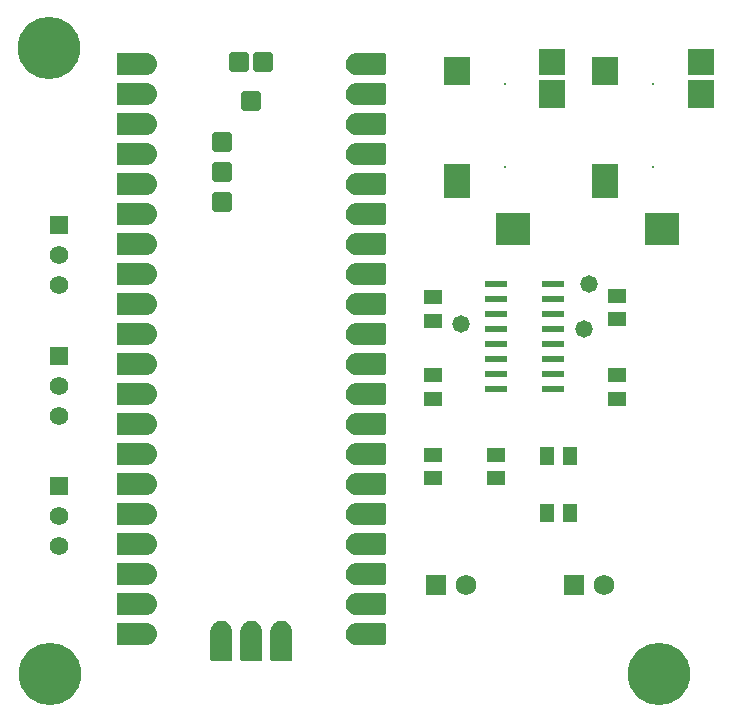
<source format=gts>
G04*
G04 #@! TF.GenerationSoftware,Altium Limited,Altium Designer,25.8.1 (18)*
G04*
G04 Layer_Color=8388736*
%FSLAX44Y44*%
%MOMM*%
G71*
G04*
G04 #@! TF.SameCoordinates,71B8C197-EE49-42B5-B996-358C315723FC*
G04*
G04*
G04 #@! TF.FilePolarity,Negative*
G04*
G01*
G75*
%ADD17R,1.9812X0.5588*%
%ADD28R,2.7032X1.2032*%
%ADD29R,2.3032X2.4032*%
%ADD30R,1.6032X1.3032*%
%ADD31R,1.3032X1.6032*%
G04:AMPARAMS|DCode=32|XSize=2.7032mm|YSize=1.2032mm|CornerRadius=0.2266mm|HoleSize=0mm|Usage=FLASHONLY|Rotation=0.000|XOffset=0mm|YOffset=0mm|HoleType=Round|Shape=RoundedRectangle|*
%AMROUNDEDRECTD32*
21,1,2.7032,0.7500,0,0,0.0*
21,1,2.2500,1.2032,0,0,0.0*
1,1,0.4532,1.1250,-0.3750*
1,1,0.4532,-1.1250,-0.3750*
1,1,0.4532,-1.1250,0.3750*
1,1,0.4532,1.1250,0.3750*
%
%ADD32ROUNDEDRECTD32*%
%ADD33R,2.9032X2.8032*%
%ADD34R,2.3032X2.9032*%
%ADD35R,2.3032X2.2032*%
%ADD36R,1.2032X2.7032*%
G04:AMPARAMS|DCode=37|XSize=1.7032mm|YSize=1.7032mm|CornerRadius=0.3266mm|HoleSize=0mm|Usage=FLASHONLY|Rotation=0.000|XOffset=0mm|YOffset=0mm|HoleType=Round|Shape=RoundedRectangle|*
%AMROUNDEDRECTD37*
21,1,1.7032,1.0500,0,0,0.0*
21,1,1.0500,1.7032,0,0,0.0*
1,1,0.6532,0.5250,-0.5250*
1,1,0.6532,-0.5250,-0.5250*
1,1,0.6532,-0.5250,0.5250*
1,1,0.6532,0.5250,0.5250*
%
%ADD37ROUNDEDRECTD37*%
%ADD38C,5.2832*%
%ADD39C,1.5700*%
%ADD40R,1.5700X1.5700*%
%ADD41R,1.7532X1.7532*%
%ADD42R,0.2032X0.2032*%
%ADD43C,1.7532*%
%ADD44C,1.4732*%
G36*
X655340Y535268D02*
X679340D01*
X679473Y535260D01*
X679604Y535233D01*
X679730Y535191D01*
X679849Y535132D01*
X679960Y535058D01*
X680060Y534970D01*
X680148Y534870D01*
X680222Y534759D01*
X680281Y534640D01*
X680323Y534514D01*
X680350Y534383D01*
X680358Y534250D01*
Y518250D01*
X680350Y518117D01*
X680323Y517986D01*
X680281Y517860D01*
X680222Y517741D01*
X680148Y517630D01*
X680060Y517530D01*
X679960Y517442D01*
X679849Y517368D01*
X679730Y517309D01*
X679604Y517267D01*
X679473Y517240D01*
X679340Y517232D01*
X654287D01*
X654154Y517240D01*
X654023Y517267D01*
X651989Y517812D01*
X651862Y517854D01*
X651743Y517913D01*
X649919Y518967D01*
X649808Y519041D01*
X649708Y519128D01*
X648219Y520618D01*
X648131Y520718D01*
X648057Y520829D01*
X647003Y522653D01*
X646974Y522713D01*
X646945Y522772D01*
X646902Y522899D01*
X646357Y524933D01*
X646331Y525064D01*
X646322Y525197D01*
Y527303D01*
X646331Y527436D01*
X646357Y527567D01*
X646902Y529601D01*
X646945Y529728D01*
X647003Y529847D01*
X648057Y531671D01*
X648131Y531782D01*
X648219Y531882D01*
X649708Y533372D01*
X649808Y533459D01*
X649919Y533533D01*
X651743Y534587D01*
X651862Y534646D01*
X651989Y534688D01*
X654023Y535233D01*
X654154Y535260D01*
X654287Y535268D01*
X654287D01*
D01*
X655340Y535268D01*
D02*
G37*
G36*
X478686Y535260D02*
X478817Y535233D01*
X480851Y534688D01*
X480978Y534646D01*
X481097Y534587D01*
X482921Y533533D01*
X483032Y533459D01*
X483132Y533372D01*
X484622Y531882D01*
X484709Y531782D01*
X484783Y531671D01*
X485837Y529847D01*
X485896Y529728D01*
X485938Y529601D01*
X486483Y527567D01*
X486510Y527436D01*
X486518Y527303D01*
Y525197D01*
X486510Y525064D01*
X486483Y524933D01*
X485938Y522899D01*
X485896Y522772D01*
X485837Y522653D01*
X484783Y520829D01*
X484709Y520718D01*
X484622Y520618D01*
X483132Y519128D01*
X483032Y519041D01*
X482921Y518967D01*
X481097Y517913D01*
X480978Y517854D01*
X480851Y517812D01*
X478817Y517267D01*
X478686Y517240D01*
X478553Y517232D01*
X453500D01*
X453367Y517240D01*
X453237Y517267D01*
X453110Y517309D01*
X452991Y517368D01*
X452880Y517442D01*
X452780Y517530D01*
X452692Y517630D01*
X452618Y517741D01*
X452559Y517860D01*
X452517Y517986D01*
X452491Y518117D01*
X452482Y518250D01*
Y534250D01*
X452491Y534383D01*
X452517Y534514D01*
X452559Y534640D01*
X452618Y534759D01*
X452692Y534870D01*
X452780Y534970D01*
X452880Y535058D01*
X452991Y535132D01*
X453110Y535191D01*
X453237Y535233D01*
X453367Y535260D01*
X453500Y535268D01*
X477500D01*
X478553Y535268D01*
X478553D01*
D01*
X478686Y535260D01*
D02*
G37*
G36*
X655340Y509868D02*
X679340D01*
X679473Y509860D01*
X679604Y509833D01*
X679730Y509791D01*
X679849Y509732D01*
X679960Y509658D01*
X680060Y509570D01*
X680148Y509470D01*
X680222Y509359D01*
X680281Y509240D01*
X680323Y509114D01*
X680350Y508983D01*
X680358Y508850D01*
Y492850D01*
X680350Y492717D01*
X680323Y492587D01*
X680281Y492460D01*
X680222Y492341D01*
X680148Y492230D01*
X680060Y492130D01*
X679960Y492042D01*
X679849Y491968D01*
X679730Y491909D01*
X679604Y491866D01*
X679473Y491841D01*
X679340Y491832D01*
X654287D01*
X654154Y491841D01*
X654023Y491866D01*
X651989Y492412D01*
X651862Y492454D01*
X651743Y492513D01*
X649919Y493567D01*
X649808Y493641D01*
X649708Y493728D01*
X648219Y495218D01*
X648131Y495318D01*
X648057Y495429D01*
X647003Y497253D01*
X646974Y497313D01*
X646945Y497373D01*
X646902Y497499D01*
X646357Y499533D01*
X646331Y499664D01*
X646322Y499797D01*
Y501903D01*
X646331Y502036D01*
X646357Y502167D01*
X646902Y504201D01*
X646945Y504328D01*
X647003Y504447D01*
X648057Y506271D01*
X648131Y506382D01*
X648219Y506482D01*
X649708Y507972D01*
X649808Y508059D01*
X649919Y508133D01*
X651743Y509187D01*
X651862Y509245D01*
X651989Y509288D01*
X654023Y509833D01*
X654154Y509860D01*
X654287Y509868D01*
X654287D01*
D01*
X655340Y509868D01*
D02*
G37*
G36*
X478686Y509860D02*
X478817Y509833D01*
X480851Y509288D01*
X480978Y509245D01*
X481097Y509187D01*
X482921Y508133D01*
X483032Y508059D01*
X483132Y507972D01*
X484622Y506482D01*
X484709Y506382D01*
X484783Y506271D01*
X485837Y504447D01*
X485896Y504328D01*
X485938Y504201D01*
X486483Y502167D01*
X486510Y502036D01*
X486518Y501903D01*
Y499797D01*
X486510Y499664D01*
X486483Y499533D01*
X485938Y497499D01*
X485896Y497373D01*
X485837Y497253D01*
X484783Y495429D01*
X484709Y495318D01*
X484622Y495218D01*
X483132Y493728D01*
X483032Y493641D01*
X482921Y493567D01*
X481097Y492513D01*
X480978Y492454D01*
X480851Y492412D01*
X478817Y491866D01*
X478686Y491841D01*
X478553Y491832D01*
X453500D01*
X453367Y491841D01*
X453237Y491866D01*
X453110Y491909D01*
X452991Y491968D01*
X452880Y492042D01*
X452780Y492130D01*
X452692Y492230D01*
X452618Y492341D01*
X452559Y492460D01*
X452517Y492587D01*
X452491Y492717D01*
X452482Y492850D01*
Y508850D01*
X452491Y508983D01*
X452517Y509114D01*
X452559Y509240D01*
X452618Y509359D01*
X452692Y509470D01*
X452780Y509570D01*
X452880Y509658D01*
X452991Y509732D01*
X453110Y509791D01*
X453237Y509833D01*
X453367Y509860D01*
X453500Y509868D01*
X477500D01*
X478553Y509868D01*
X478553D01*
D01*
X478686Y509860D01*
D02*
G37*
G36*
X655340Y484468D02*
X679340D01*
X679473Y484459D01*
X679604Y484434D01*
X679730Y484391D01*
X679849Y484332D01*
X679960Y484258D01*
X680060Y484170D01*
X680148Y484070D01*
X680222Y483959D01*
X680281Y483840D01*
X680323Y483713D01*
X680350Y483583D01*
X680358Y483450D01*
Y467450D01*
X680350Y467317D01*
X680323Y467187D01*
X680281Y467060D01*
X680222Y466941D01*
X680148Y466830D01*
X680060Y466730D01*
X679960Y466642D01*
X679849Y466568D01*
X679730Y466509D01*
X679604Y466466D01*
X679473Y466441D01*
X679340Y466432D01*
X654287D01*
X654154Y466441D01*
X654023Y466466D01*
X651989Y467012D01*
X651862Y467054D01*
X651743Y467113D01*
X649919Y468167D01*
X649808Y468241D01*
X649708Y468328D01*
X648219Y469818D01*
X648131Y469918D01*
X648057Y470029D01*
X647003Y471853D01*
X646974Y471913D01*
X646945Y471973D01*
X646902Y472099D01*
X646357Y474133D01*
X646331Y474264D01*
X646322Y474397D01*
Y476503D01*
X646331Y476636D01*
X646357Y476767D01*
X646902Y478801D01*
X646945Y478927D01*
X647003Y479047D01*
X648057Y480871D01*
X648131Y480982D01*
X648219Y481082D01*
X649708Y482572D01*
X649808Y482659D01*
X649919Y482733D01*
X651743Y483787D01*
X651862Y483845D01*
X651989Y483888D01*
X654023Y484434D01*
X654154Y484459D01*
X654287Y484468D01*
X654287D01*
D01*
X655340Y484468D01*
D02*
G37*
G36*
X478686Y484459D02*
X478817Y484434D01*
X480851Y483888D01*
X480978Y483845D01*
X481097Y483787D01*
X482921Y482733D01*
X483032Y482659D01*
X483132Y482572D01*
X484622Y481082D01*
X484709Y480982D01*
X484783Y480871D01*
X485837Y479047D01*
X485896Y478927D01*
X485938Y478801D01*
X486483Y476767D01*
X486510Y476636D01*
X486518Y476503D01*
Y474397D01*
X486510Y474264D01*
X486483Y474133D01*
X485938Y472099D01*
X485896Y471973D01*
X485837Y471853D01*
X484783Y470029D01*
X484709Y469918D01*
X484622Y469818D01*
X483132Y468328D01*
X483032Y468241D01*
X482921Y468167D01*
X481097Y467113D01*
X480978Y467054D01*
X480851Y467012D01*
X478817Y466466D01*
X478686Y466441D01*
X478553Y466432D01*
X453500D01*
X453367Y466441D01*
X453237Y466466D01*
X453110Y466509D01*
X452991Y466568D01*
X452880Y466642D01*
X452780Y466730D01*
X452692Y466830D01*
X452618Y466941D01*
X452559Y467060D01*
X452517Y467187D01*
X452491Y467317D01*
X452482Y467450D01*
Y483450D01*
X452491Y483583D01*
X452517Y483713D01*
X452559Y483840D01*
X452618Y483959D01*
X452692Y484070D01*
X452780Y484170D01*
X452880Y484258D01*
X452991Y484332D01*
X453110Y484391D01*
X453237Y484434D01*
X453367Y484459D01*
X453500Y484468D01*
X477500D01*
X478553Y484468D01*
X478553D01*
D01*
X478686Y484459D01*
D02*
G37*
G36*
X655340Y459068D02*
X679340D01*
X679473Y459059D01*
X679604Y459034D01*
X679730Y458991D01*
X679849Y458932D01*
X679960Y458858D01*
X680060Y458770D01*
X680148Y458670D01*
X680222Y458559D01*
X680281Y458440D01*
X680323Y458313D01*
X680350Y458183D01*
X680358Y458050D01*
Y442050D01*
X680350Y441917D01*
X680323Y441786D01*
X680281Y441660D01*
X680222Y441541D01*
X680148Y441430D01*
X680060Y441330D01*
X679960Y441242D01*
X679849Y441168D01*
X679730Y441109D01*
X679604Y441067D01*
X679473Y441040D01*
X679340Y441032D01*
X654287D01*
X654154Y441040D01*
X654023Y441067D01*
X651989Y441612D01*
X651862Y441655D01*
X651743Y441713D01*
X649919Y442767D01*
X649808Y442841D01*
X649708Y442928D01*
X648219Y444418D01*
X648131Y444518D01*
X648057Y444629D01*
X647003Y446453D01*
X646974Y446513D01*
X646945Y446572D01*
X646902Y446699D01*
X646357Y448733D01*
X646331Y448864D01*
X646322Y448997D01*
Y451103D01*
X646331Y451236D01*
X646357Y451367D01*
X646902Y453401D01*
X646945Y453527D01*
X647003Y453647D01*
X648057Y455471D01*
X648131Y455582D01*
X648219Y455682D01*
X649708Y457172D01*
X649808Y457259D01*
X649919Y457333D01*
X651743Y458387D01*
X651862Y458446D01*
X651989Y458488D01*
X654023Y459034D01*
X654154Y459059D01*
X654287Y459068D01*
X654287D01*
D01*
X655340Y459068D01*
D02*
G37*
G36*
X478686Y459059D02*
X478817Y459034D01*
X480851Y458488D01*
X480978Y458446D01*
X481097Y458387D01*
X482921Y457333D01*
X483032Y457259D01*
X483132Y457172D01*
X484622Y455682D01*
X484709Y455582D01*
X484783Y455471D01*
X485837Y453647D01*
X485896Y453527D01*
X485938Y453401D01*
X486483Y451367D01*
X486510Y451236D01*
X486518Y451103D01*
Y448997D01*
X486510Y448864D01*
X486483Y448733D01*
X485938Y446699D01*
X485896Y446572D01*
X485837Y446453D01*
X484783Y444629D01*
X484709Y444518D01*
X484622Y444418D01*
X483132Y442928D01*
X483032Y442841D01*
X482921Y442767D01*
X481097Y441713D01*
X480978Y441655D01*
X480851Y441612D01*
X478817Y441067D01*
X478686Y441040D01*
X478553Y441032D01*
X453500D01*
X453367Y441040D01*
X453237Y441067D01*
X453110Y441109D01*
X452991Y441168D01*
X452880Y441242D01*
X452780Y441330D01*
X452692Y441430D01*
X452618Y441541D01*
X452559Y441660D01*
X452517Y441786D01*
X452491Y441917D01*
X452482Y442050D01*
Y458050D01*
X452491Y458183D01*
X452517Y458313D01*
X452559Y458440D01*
X452618Y458559D01*
X452692Y458670D01*
X452780Y458770D01*
X452880Y458858D01*
X452991Y458932D01*
X453110Y458991D01*
X453237Y459034D01*
X453367Y459059D01*
X453500Y459068D01*
X477500D01*
X478553Y459068D01*
X478553D01*
D01*
X478686Y459059D01*
D02*
G37*
G36*
X655340Y433668D02*
X679340D01*
X679473Y433660D01*
X679604Y433633D01*
X679730Y433591D01*
X679849Y433532D01*
X679960Y433458D01*
X680060Y433370D01*
X680148Y433270D01*
X680222Y433159D01*
X680281Y433040D01*
X680323Y432914D01*
X680350Y432783D01*
X680358Y432650D01*
Y416650D01*
X680350Y416517D01*
X680323Y416386D01*
X680281Y416260D01*
X680222Y416141D01*
X680148Y416030D01*
X680060Y415930D01*
X679960Y415842D01*
X679849Y415768D01*
X679730Y415709D01*
X679604Y415667D01*
X679473Y415640D01*
X679340Y415632D01*
X654287D01*
X654154Y415640D01*
X654023Y415667D01*
X651989Y416212D01*
X651862Y416255D01*
X651743Y416313D01*
X649919Y417367D01*
X649808Y417441D01*
X649708Y417528D01*
X648219Y419018D01*
X648131Y419118D01*
X648057Y419229D01*
X647003Y421053D01*
X646974Y421113D01*
X646945Y421172D01*
X646902Y421299D01*
X646357Y423333D01*
X646331Y423464D01*
X646322Y423597D01*
Y425703D01*
X646331Y425836D01*
X646357Y425967D01*
X646902Y428001D01*
X646945Y428128D01*
X647003Y428247D01*
X648057Y430071D01*
X648131Y430182D01*
X648219Y430282D01*
X649708Y431772D01*
X649808Y431859D01*
X649919Y431933D01*
X651743Y432987D01*
X651862Y433046D01*
X651989Y433088D01*
X654023Y433633D01*
X654154Y433660D01*
X654287Y433668D01*
X654287D01*
D01*
X655340Y433668D01*
D02*
G37*
G36*
X478686Y433660D02*
X478817Y433633D01*
X480851Y433088D01*
X480978Y433046D01*
X481097Y432987D01*
X482921Y431933D01*
X483032Y431859D01*
X483132Y431772D01*
X484622Y430282D01*
X484709Y430182D01*
X484783Y430071D01*
X485837Y428247D01*
X485896Y428128D01*
X485938Y428001D01*
X486483Y425967D01*
X486510Y425836D01*
X486518Y425703D01*
Y423597D01*
X486510Y423464D01*
X486483Y423333D01*
X485938Y421299D01*
X485896Y421172D01*
X485837Y421053D01*
X484783Y419229D01*
X484709Y419118D01*
X484622Y419018D01*
X483132Y417528D01*
X483032Y417441D01*
X482921Y417367D01*
X481097Y416313D01*
X480978Y416255D01*
X480851Y416212D01*
X478817Y415667D01*
X478686Y415640D01*
X478553Y415632D01*
X453500D01*
X453367Y415640D01*
X453237Y415667D01*
X453110Y415709D01*
X452991Y415768D01*
X452880Y415842D01*
X452780Y415930D01*
X452692Y416030D01*
X452618Y416141D01*
X452559Y416260D01*
X452517Y416386D01*
X452491Y416517D01*
X452482Y416650D01*
Y432650D01*
X452491Y432783D01*
X452517Y432914D01*
X452559Y433040D01*
X452618Y433159D01*
X452692Y433270D01*
X452780Y433370D01*
X452880Y433458D01*
X452991Y433532D01*
X453110Y433591D01*
X453237Y433633D01*
X453367Y433660D01*
X453500Y433668D01*
X477500D01*
X478553Y433668D01*
X478553D01*
D01*
X478686Y433660D01*
D02*
G37*
G36*
X655340Y408268D02*
X679340D01*
X679473Y408260D01*
X679604Y408233D01*
X679730Y408191D01*
X679849Y408132D01*
X679960Y408058D01*
X680060Y407970D01*
X680148Y407870D01*
X680222Y407759D01*
X680281Y407640D01*
X680323Y407514D01*
X680350Y407383D01*
X680358Y407250D01*
Y391250D01*
X680350Y391117D01*
X680323Y390987D01*
X680281Y390860D01*
X680222Y390741D01*
X680148Y390630D01*
X680060Y390530D01*
X679960Y390442D01*
X679849Y390368D01*
X679730Y390309D01*
X679604Y390266D01*
X679473Y390241D01*
X679340Y390232D01*
X654287D01*
X654154Y390241D01*
X654023Y390266D01*
X651989Y390812D01*
X651862Y390854D01*
X651743Y390913D01*
X649919Y391967D01*
X649808Y392041D01*
X649708Y392128D01*
X648219Y393618D01*
X648131Y393718D01*
X648057Y393829D01*
X647003Y395653D01*
X646974Y395713D01*
X646945Y395773D01*
X646902Y395899D01*
X646357Y397933D01*
X646331Y398064D01*
X646322Y398197D01*
Y400303D01*
X646331Y400436D01*
X646357Y400567D01*
X646902Y402601D01*
X646945Y402728D01*
X647003Y402847D01*
X648057Y404671D01*
X648131Y404782D01*
X648219Y404882D01*
X649708Y406372D01*
X649808Y406459D01*
X649919Y406533D01*
X651743Y407587D01*
X651862Y407645D01*
X651989Y407688D01*
X654023Y408233D01*
X654154Y408260D01*
X654287Y408268D01*
X654287D01*
D01*
X655340Y408268D01*
D02*
G37*
G36*
X478686Y408260D02*
X478817Y408233D01*
X480851Y407688D01*
X480978Y407645D01*
X481097Y407587D01*
X482921Y406533D01*
X483032Y406459D01*
X483132Y406372D01*
X484622Y404882D01*
X484709Y404782D01*
X484783Y404671D01*
X485837Y402847D01*
X485896Y402728D01*
X485938Y402601D01*
X486483Y400567D01*
X486510Y400436D01*
X486518Y400303D01*
Y398197D01*
X486510Y398064D01*
X486483Y397933D01*
X485938Y395899D01*
X485896Y395773D01*
X485837Y395653D01*
X484783Y393829D01*
X484709Y393718D01*
X484622Y393618D01*
X483132Y392128D01*
X483032Y392041D01*
X482921Y391967D01*
X481097Y390913D01*
X480978Y390854D01*
X480851Y390812D01*
X478817Y390266D01*
X478686Y390241D01*
X478553Y390232D01*
X453500D01*
X453367Y390241D01*
X453237Y390266D01*
X453110Y390309D01*
X452991Y390368D01*
X452880Y390442D01*
X452780Y390530D01*
X452692Y390630D01*
X452618Y390741D01*
X452559Y390860D01*
X452517Y390987D01*
X452491Y391117D01*
X452482Y391250D01*
Y407250D01*
X452491Y407383D01*
X452517Y407514D01*
X452559Y407640D01*
X452618Y407759D01*
X452692Y407870D01*
X452780Y407970D01*
X452880Y408058D01*
X452991Y408132D01*
X453110Y408191D01*
X453237Y408233D01*
X453367Y408260D01*
X453500Y408268D01*
X477500D01*
X478553Y408268D01*
X478553D01*
D01*
X478686Y408260D01*
D02*
G37*
G36*
X655340Y382868D02*
X679340D01*
X679473Y382859D01*
X679604Y382834D01*
X679730Y382791D01*
X679849Y382732D01*
X679960Y382658D01*
X680060Y382570D01*
X680148Y382470D01*
X680222Y382359D01*
X680281Y382240D01*
X680323Y382113D01*
X680350Y381983D01*
X680358Y381850D01*
Y365850D01*
X680350Y365717D01*
X680323Y365587D01*
X680281Y365460D01*
X680222Y365341D01*
X680148Y365230D01*
X680060Y365130D01*
X679960Y365042D01*
X679849Y364968D01*
X679730Y364909D01*
X679604Y364866D01*
X679473Y364841D01*
X679340Y364832D01*
X654287D01*
X654154Y364841D01*
X654023Y364866D01*
X651989Y365412D01*
X651862Y365454D01*
X651743Y365513D01*
X649919Y366567D01*
X649808Y366641D01*
X649708Y366728D01*
X648219Y368218D01*
X648131Y368318D01*
X648057Y368429D01*
X647003Y370253D01*
X646974Y370313D01*
X646945Y370373D01*
X646902Y370499D01*
X646357Y372533D01*
X646331Y372664D01*
X646322Y372797D01*
Y374903D01*
X646331Y375036D01*
X646357Y375167D01*
X646902Y377201D01*
X646945Y377327D01*
X647003Y377447D01*
X648057Y379271D01*
X648131Y379382D01*
X648219Y379482D01*
X649708Y380972D01*
X649808Y381059D01*
X649919Y381133D01*
X651743Y382187D01*
X651862Y382245D01*
X651989Y382288D01*
X654023Y382834D01*
X654154Y382859D01*
X654287Y382868D01*
X654287D01*
D01*
X655340Y382868D01*
D02*
G37*
G36*
X478686Y382859D02*
X478817Y382834D01*
X480851Y382288D01*
X480978Y382245D01*
X481097Y382187D01*
X482921Y381133D01*
X483032Y381059D01*
X483132Y380972D01*
X484622Y379482D01*
X484709Y379382D01*
X484783Y379271D01*
X485837Y377447D01*
X485896Y377327D01*
X485938Y377201D01*
X486483Y375167D01*
X486510Y375036D01*
X486518Y374903D01*
Y372797D01*
X486510Y372664D01*
X486483Y372533D01*
X485938Y370499D01*
X485896Y370373D01*
X485837Y370253D01*
X484783Y368429D01*
X484709Y368318D01*
X484622Y368218D01*
X483132Y366728D01*
X483032Y366641D01*
X482921Y366567D01*
X481097Y365513D01*
X480978Y365454D01*
X480851Y365412D01*
X478817Y364866D01*
X478686Y364841D01*
X478553Y364832D01*
X453500D01*
X453367Y364841D01*
X453237Y364866D01*
X453110Y364909D01*
X452991Y364968D01*
X452880Y365042D01*
X452780Y365130D01*
X452692Y365230D01*
X452618Y365341D01*
X452559Y365460D01*
X452517Y365587D01*
X452491Y365717D01*
X452482Y365850D01*
Y381850D01*
X452491Y381983D01*
X452517Y382113D01*
X452559Y382240D01*
X452618Y382359D01*
X452692Y382470D01*
X452780Y382570D01*
X452880Y382658D01*
X452991Y382732D01*
X453110Y382791D01*
X453237Y382834D01*
X453367Y382859D01*
X453500Y382868D01*
X477500D01*
X478553Y382868D01*
X478553D01*
D01*
X478686Y382859D01*
D02*
G37*
G36*
X655340Y357468D02*
X679340D01*
X679473Y357459D01*
X679604Y357434D01*
X679730Y357391D01*
X679849Y357332D01*
X679960Y357258D01*
X680060Y357170D01*
X680148Y357070D01*
X680222Y356959D01*
X680281Y356840D01*
X680323Y356713D01*
X680350Y356583D01*
X680358Y356450D01*
Y340450D01*
X680350Y340317D01*
X680323Y340187D01*
X680281Y340060D01*
X680222Y339941D01*
X680148Y339830D01*
X680060Y339730D01*
X679960Y339642D01*
X679849Y339568D01*
X679730Y339509D01*
X679604Y339467D01*
X679473Y339440D01*
X679340Y339432D01*
X654287D01*
X654154Y339440D01*
X654023Y339467D01*
X651989Y340012D01*
X651862Y340055D01*
X651743Y340113D01*
X649919Y341167D01*
X649808Y341241D01*
X649708Y341328D01*
X648219Y342818D01*
X648131Y342918D01*
X648057Y343029D01*
X647003Y344853D01*
X646974Y344913D01*
X646945Y344972D01*
X646902Y345099D01*
X646357Y347133D01*
X646331Y347264D01*
X646322Y347397D01*
Y349503D01*
X646331Y349636D01*
X646357Y349767D01*
X646902Y351801D01*
X646945Y351927D01*
X647003Y352047D01*
X648057Y353871D01*
X648131Y353982D01*
X648219Y354082D01*
X649708Y355572D01*
X649808Y355659D01*
X649919Y355733D01*
X651743Y356787D01*
X651862Y356846D01*
X651989Y356888D01*
X654023Y357434D01*
X654154Y357459D01*
X654287Y357468D01*
X654287D01*
D01*
X655340Y357468D01*
D02*
G37*
G36*
X478686Y357459D02*
X478817Y357434D01*
X480851Y356888D01*
X480978Y356846D01*
X481097Y356787D01*
X482921Y355733D01*
X483032Y355659D01*
X483132Y355572D01*
X484622Y354082D01*
X484709Y353982D01*
X484783Y353871D01*
X485837Y352047D01*
X485896Y351927D01*
X485938Y351801D01*
X486483Y349767D01*
X486510Y349636D01*
X486518Y349503D01*
Y347397D01*
X486510Y347264D01*
X486483Y347133D01*
X485938Y345099D01*
X485896Y344972D01*
X485837Y344853D01*
X484783Y343029D01*
X484709Y342918D01*
X484622Y342818D01*
X483132Y341328D01*
X483032Y341241D01*
X482921Y341167D01*
X481097Y340113D01*
X480978Y340055D01*
X480851Y340012D01*
X478817Y339467D01*
X478686Y339440D01*
X478553Y339432D01*
X453500D01*
X453367Y339440D01*
X453237Y339467D01*
X453110Y339509D01*
X452991Y339568D01*
X452880Y339642D01*
X452780Y339730D01*
X452692Y339830D01*
X452618Y339941D01*
X452559Y340060D01*
X452517Y340187D01*
X452491Y340317D01*
X452482Y340450D01*
Y356450D01*
X452491Y356583D01*
X452517Y356713D01*
X452559Y356840D01*
X452618Y356959D01*
X452692Y357070D01*
X452780Y357170D01*
X452880Y357258D01*
X452991Y357332D01*
X453110Y357391D01*
X453237Y357434D01*
X453367Y357459D01*
X453500Y357468D01*
X477500D01*
X478553Y357468D01*
X478553D01*
D01*
X478686Y357459D01*
D02*
G37*
G36*
X655340Y332068D02*
X679340D01*
X679473Y332060D01*
X679604Y332034D01*
X679730Y331991D01*
X679849Y331932D01*
X679960Y331858D01*
X680060Y331770D01*
X680148Y331670D01*
X680222Y331559D01*
X680281Y331440D01*
X680323Y331314D01*
X680350Y331183D01*
X680358Y331050D01*
Y315050D01*
X680350Y314917D01*
X680323Y314786D01*
X680281Y314660D01*
X680222Y314541D01*
X680148Y314430D01*
X680060Y314330D01*
X679960Y314242D01*
X679849Y314168D01*
X679730Y314109D01*
X679604Y314067D01*
X679473Y314041D01*
X679340Y314032D01*
X654287D01*
X654154Y314041D01*
X654023Y314067D01*
X651989Y314612D01*
X651862Y314655D01*
X651743Y314713D01*
X649919Y315767D01*
X649808Y315841D01*
X649708Y315928D01*
X648219Y317418D01*
X648131Y317518D01*
X648057Y317629D01*
X647003Y319453D01*
X646974Y319513D01*
X646945Y319573D01*
X646902Y319699D01*
X646357Y321733D01*
X646331Y321864D01*
X646322Y321997D01*
Y324103D01*
X646331Y324236D01*
X646357Y324367D01*
X646902Y326401D01*
X646945Y326527D01*
X647003Y326647D01*
X648057Y328471D01*
X648131Y328582D01*
X648219Y328682D01*
X649708Y330172D01*
X649808Y330259D01*
X649919Y330333D01*
X651743Y331387D01*
X651862Y331446D01*
X651989Y331488D01*
X654023Y332034D01*
X654154Y332060D01*
X654287Y332068D01*
X654287D01*
D01*
X655340Y332068D01*
D02*
G37*
G36*
X478686Y332060D02*
X478817Y332034D01*
X480851Y331488D01*
X480978Y331446D01*
X481097Y331387D01*
X482921Y330333D01*
X483032Y330259D01*
X483132Y330172D01*
X484622Y328682D01*
X484709Y328582D01*
X484783Y328471D01*
X485837Y326647D01*
X485896Y326527D01*
X485938Y326401D01*
X486483Y324367D01*
X486510Y324236D01*
X486518Y324103D01*
Y321997D01*
X486510Y321864D01*
X486483Y321733D01*
X485938Y319699D01*
X485896Y319573D01*
X485837Y319453D01*
X484783Y317629D01*
X484709Y317518D01*
X484622Y317418D01*
X483132Y315928D01*
X483032Y315841D01*
X482921Y315767D01*
X481097Y314713D01*
X480978Y314655D01*
X480851Y314612D01*
X478817Y314067D01*
X478686Y314041D01*
X478553Y314032D01*
X453500D01*
X453367Y314041D01*
X453237Y314067D01*
X453110Y314109D01*
X452991Y314168D01*
X452880Y314242D01*
X452780Y314330D01*
X452692Y314430D01*
X452618Y314541D01*
X452559Y314660D01*
X452517Y314786D01*
X452491Y314917D01*
X452482Y315050D01*
Y331050D01*
X452491Y331183D01*
X452517Y331314D01*
X452559Y331440D01*
X452618Y331559D01*
X452692Y331670D01*
X452780Y331770D01*
X452880Y331858D01*
X452991Y331932D01*
X453110Y331991D01*
X453237Y332034D01*
X453367Y332060D01*
X453500Y332068D01*
X477500D01*
X478553Y332068D01*
X478553D01*
D01*
X478686Y332060D01*
D02*
G37*
G36*
X593006Y334360D02*
X593137Y334333D01*
X595171Y333788D01*
X595298Y333745D01*
X595417Y333687D01*
X597241Y332633D01*
X597352Y332559D01*
X597452Y332472D01*
X598941Y330982D01*
X599029Y330882D01*
X599103Y330771D01*
X600157Y328947D01*
X600215Y328828D01*
X600258Y328701D01*
X600803Y326667D01*
X600830Y326536D01*
X600838Y326403D01*
Y325350D01*
Y301350D01*
X600830Y301217D01*
X600803Y301087D01*
X600761Y300960D01*
X600702Y300841D01*
X600628Y300730D01*
X600540Y300630D01*
X600440Y300542D01*
X600329Y300468D01*
X600210Y300409D01*
X600084Y300366D01*
X599953Y300340D01*
X599820Y300332D01*
X583820D01*
X583687Y300340D01*
X583557Y300366D01*
X583430Y300409D01*
X583311Y300468D01*
X583200Y300542D01*
X583100Y300630D01*
X583012Y300730D01*
X582938Y300841D01*
X582879Y300960D01*
X582836Y301087D01*
X582811Y301217D01*
X582802Y301350D01*
Y325350D01*
X582802Y326403D01*
Y326403D01*
D01*
X582811Y326536D01*
X582836Y326667D01*
X583382Y328701D01*
X583424Y328828D01*
X583454Y328887D01*
X583483Y328947D01*
X584537Y330771D01*
X584611Y330882D01*
X584698Y330982D01*
X586188Y332472D01*
X586288Y332559D01*
X586399Y332633D01*
X588223Y333687D01*
X588342Y333745D01*
X588469Y333788D01*
X590503Y334333D01*
X590634Y334360D01*
X590767Y334368D01*
X592873D01*
X593006Y334360D01*
D02*
G37*
G36*
X567606D02*
X567737Y334333D01*
X569771Y333788D01*
X569897Y333745D01*
X570017Y333687D01*
X571841Y332633D01*
X571952Y332559D01*
X572052Y332472D01*
X573541Y330982D01*
X573629Y330882D01*
X573703Y330771D01*
X574757Y328947D01*
X574815Y328828D01*
X574858Y328701D01*
X575404Y326667D01*
X575429Y326536D01*
X575438Y326403D01*
Y325350D01*
Y301350D01*
X575429Y301217D01*
X575404Y301087D01*
X575361Y300960D01*
X575302Y300841D01*
X575228Y300730D01*
X575140Y300630D01*
X575040Y300542D01*
X574929Y300468D01*
X574810Y300409D01*
X574683Y300366D01*
X574553Y300340D01*
X574420Y300332D01*
X558420D01*
X558287Y300340D01*
X558157Y300366D01*
X558030Y300409D01*
X557911Y300468D01*
X557800Y300542D01*
X557700Y300630D01*
X557612Y300730D01*
X557538Y300841D01*
X557479Y300960D01*
X557436Y301087D01*
X557411Y301217D01*
X557402Y301350D01*
Y325350D01*
X557402Y326403D01*
Y326403D01*
D01*
X557411Y326536D01*
X557436Y326667D01*
X557982Y328701D01*
X558024Y328828D01*
X558054Y328887D01*
X558083Y328947D01*
X559137Y330771D01*
X559211Y330882D01*
X559298Y330982D01*
X560788Y332472D01*
X560888Y332559D01*
X560999Y332633D01*
X562823Y333687D01*
X562942Y333745D01*
X563069Y333788D01*
X565103Y334333D01*
X565234Y334360D01*
X565367Y334368D01*
X567473D01*
X567606Y334360D01*
D02*
G37*
G36*
X542206D02*
X542337Y334333D01*
X544371Y333788D01*
X544497Y333745D01*
X544617Y333687D01*
X546441Y332633D01*
X546552Y332559D01*
X546652Y332472D01*
X548142Y330982D01*
X548229Y330882D01*
X548303Y330771D01*
X549356Y328947D01*
X549415Y328828D01*
X549458Y328701D01*
X550004Y326667D01*
X550029Y326536D01*
X550038Y326403D01*
Y325350D01*
Y301350D01*
X550029Y301217D01*
X550004Y301087D01*
X549961Y300960D01*
X549902Y300841D01*
X549828Y300730D01*
X549740Y300630D01*
X549640Y300542D01*
X549529Y300468D01*
X549410Y300409D01*
X549283Y300366D01*
X549153Y300340D01*
X549020Y300332D01*
X533020D01*
X532887Y300340D01*
X532757Y300366D01*
X532630Y300409D01*
X532511Y300468D01*
X532400Y300542D01*
X532300Y300630D01*
X532212Y300730D01*
X532138Y300841D01*
X532079Y300960D01*
X532037Y301087D01*
X532010Y301217D01*
X532002Y301350D01*
Y325350D01*
X532002Y326403D01*
Y326403D01*
D01*
X532010Y326536D01*
X532037Y326667D01*
X532582Y328701D01*
X532625Y328828D01*
X532654Y328887D01*
X532683Y328947D01*
X533737Y330771D01*
X533811Y330882D01*
X533898Y330982D01*
X535388Y332472D01*
X535488Y332559D01*
X535599Y332633D01*
X537423Y333687D01*
X537542Y333745D01*
X537668Y333788D01*
X539703Y334333D01*
X539834Y334360D01*
X539967Y334368D01*
X542073D01*
X542206Y334360D01*
D02*
G37*
G36*
X655340Y814668D02*
X679340D01*
X679473Y814660D01*
X679604Y814633D01*
X679730Y814591D01*
X679849Y814532D01*
X679960Y814458D01*
X680060Y814370D01*
X680148Y814270D01*
X680222Y814159D01*
X680281Y814040D01*
X680323Y813913D01*
X680350Y813783D01*
X680358Y813650D01*
Y797650D01*
X680350Y797517D01*
X680323Y797386D01*
X680281Y797260D01*
X680222Y797141D01*
X680148Y797030D01*
X680060Y796930D01*
X679960Y796842D01*
X679849Y796768D01*
X679730Y796709D01*
X679604Y796666D01*
X679473Y796640D01*
X679340Y796632D01*
X654287D01*
X654154Y796640D01*
X654023Y796666D01*
X651989Y797212D01*
X651862Y797254D01*
X651743Y797313D01*
X649919Y798367D01*
X649808Y798441D01*
X649708Y798528D01*
X648219Y800018D01*
X648131Y800118D01*
X648057Y800229D01*
X647003Y802053D01*
X646974Y802113D01*
X646945Y802172D01*
X646902Y802299D01*
X646357Y804333D01*
X646331Y804464D01*
X646322Y804597D01*
Y806703D01*
X646331Y806836D01*
X646357Y806967D01*
X646902Y809001D01*
X646945Y809128D01*
X647003Y809247D01*
X648057Y811071D01*
X648131Y811182D01*
X648219Y811282D01*
X649708Y812772D01*
X649808Y812859D01*
X649919Y812933D01*
X651743Y813987D01*
X651862Y814045D01*
X651989Y814088D01*
X654023Y814633D01*
X654154Y814660D01*
X654287Y814668D01*
X654287D01*
D01*
X655340Y814668D01*
D02*
G37*
G36*
X478686Y814660D02*
X478817Y814633D01*
X480851Y814088D01*
X480978Y814045D01*
X481097Y813987D01*
X482921Y812933D01*
X483032Y812859D01*
X483132Y812772D01*
X484622Y811282D01*
X484709Y811182D01*
X484783Y811071D01*
X485837Y809247D01*
X485896Y809128D01*
X485938Y809001D01*
X486483Y806967D01*
X486510Y806836D01*
X486518Y806703D01*
Y804597D01*
X486510Y804464D01*
X486483Y804333D01*
X485938Y802299D01*
X485896Y802172D01*
X485837Y802053D01*
X484783Y800229D01*
X484709Y800118D01*
X484622Y800018D01*
X483132Y798528D01*
X483032Y798441D01*
X482921Y798367D01*
X481097Y797313D01*
X480978Y797254D01*
X480851Y797212D01*
X478817Y796666D01*
X478686Y796640D01*
X478553Y796632D01*
X453500D01*
X453367Y796640D01*
X453237Y796666D01*
X453110Y796709D01*
X452991Y796768D01*
X452880Y796842D01*
X452780Y796930D01*
X452692Y797030D01*
X452618Y797141D01*
X452559Y797260D01*
X452517Y797386D01*
X452491Y797517D01*
X452482Y797650D01*
Y813650D01*
X452491Y813783D01*
X452517Y813913D01*
X452559Y814040D01*
X452618Y814159D01*
X452692Y814270D01*
X452780Y814370D01*
X452880Y814458D01*
X452991Y814532D01*
X453110Y814591D01*
X453237Y814633D01*
X453367Y814660D01*
X453500Y814668D01*
X477500D01*
X478553Y814668D01*
X478553D01*
D01*
X478686Y814660D01*
D02*
G37*
G36*
X655340Y789268D02*
X679340D01*
X679473Y789259D01*
X679604Y789233D01*
X679730Y789191D01*
X679849Y789132D01*
X679960Y789058D01*
X680060Y788970D01*
X680148Y788870D01*
X680222Y788759D01*
X680281Y788640D01*
X680323Y788513D01*
X680350Y788383D01*
X680358Y788250D01*
Y772250D01*
X680350Y772117D01*
X680323Y771986D01*
X680281Y771860D01*
X680222Y771741D01*
X680148Y771630D01*
X680060Y771530D01*
X679960Y771442D01*
X679849Y771368D01*
X679730Y771309D01*
X679604Y771266D01*
X679473Y771240D01*
X679340Y771232D01*
X654287D01*
X654154Y771240D01*
X654023Y771266D01*
X651989Y771812D01*
X651862Y771854D01*
X651743Y771913D01*
X649919Y772967D01*
X649808Y773041D01*
X649708Y773128D01*
X648219Y774618D01*
X648131Y774718D01*
X648057Y774829D01*
X647003Y776653D01*
X646974Y776713D01*
X646945Y776773D01*
X646902Y776899D01*
X646357Y778933D01*
X646331Y779064D01*
X646322Y779197D01*
Y781303D01*
X646331Y781436D01*
X646357Y781567D01*
X646902Y783601D01*
X646945Y783727D01*
X647003Y783847D01*
X648057Y785671D01*
X648131Y785782D01*
X648219Y785882D01*
X649708Y787372D01*
X649808Y787459D01*
X649919Y787533D01*
X651743Y788587D01*
X651862Y788645D01*
X651989Y788688D01*
X654023Y789233D01*
X654154Y789259D01*
X654287Y789268D01*
X654287D01*
D01*
X655340Y789268D01*
D02*
G37*
G36*
X478686Y789259D02*
X478817Y789233D01*
X480851Y788688D01*
X480978Y788645D01*
X481097Y788587D01*
X482921Y787533D01*
X483032Y787459D01*
X483132Y787372D01*
X484622Y785882D01*
X484709Y785782D01*
X484783Y785671D01*
X485837Y783847D01*
X485896Y783727D01*
X485938Y783601D01*
X486483Y781567D01*
X486510Y781436D01*
X486518Y781303D01*
Y779197D01*
X486510Y779064D01*
X486483Y778933D01*
X485938Y776899D01*
X485896Y776773D01*
X485837Y776653D01*
X484783Y774829D01*
X484709Y774718D01*
X484622Y774618D01*
X483132Y773128D01*
X483032Y773041D01*
X482921Y772967D01*
X481097Y771913D01*
X480978Y771854D01*
X480851Y771812D01*
X478817Y771266D01*
X478686Y771240D01*
X478553Y771232D01*
X453500D01*
X453367Y771240D01*
X453237Y771266D01*
X453110Y771309D01*
X452991Y771368D01*
X452880Y771442D01*
X452780Y771530D01*
X452692Y771630D01*
X452618Y771741D01*
X452559Y771860D01*
X452517Y771986D01*
X452491Y772117D01*
X452482Y772250D01*
Y788250D01*
X452491Y788383D01*
X452517Y788513D01*
X452559Y788640D01*
X452618Y788759D01*
X452692Y788870D01*
X452780Y788970D01*
X452880Y789058D01*
X452991Y789132D01*
X453110Y789191D01*
X453237Y789233D01*
X453367Y789259D01*
X453500Y789268D01*
X477500D01*
X478553Y789268D01*
X478553D01*
D01*
X478686Y789259D01*
D02*
G37*
G36*
X655340Y763868D02*
X679340D01*
X679473Y763859D01*
X679604Y763833D01*
X679730Y763791D01*
X679849Y763732D01*
X679960Y763658D01*
X680060Y763570D01*
X680148Y763470D01*
X680222Y763359D01*
X680281Y763240D01*
X680323Y763113D01*
X680350Y762983D01*
X680358Y762850D01*
Y746850D01*
X680350Y746717D01*
X680323Y746587D01*
X680281Y746460D01*
X680222Y746341D01*
X680148Y746230D01*
X680060Y746130D01*
X679960Y746042D01*
X679849Y745968D01*
X679730Y745909D01*
X679604Y745866D01*
X679473Y745841D01*
X679340Y745832D01*
X654287D01*
X654154Y745841D01*
X654023Y745866D01*
X651989Y746412D01*
X651862Y746454D01*
X651743Y746513D01*
X649919Y747567D01*
X649808Y747641D01*
X649708Y747728D01*
X648219Y749218D01*
X648131Y749318D01*
X648057Y749429D01*
X647003Y751253D01*
X646974Y751313D01*
X646945Y751373D01*
X646902Y751499D01*
X646357Y753533D01*
X646331Y753664D01*
X646322Y753797D01*
Y755903D01*
X646331Y756036D01*
X646357Y756167D01*
X646902Y758201D01*
X646945Y758327D01*
X647003Y758447D01*
X648057Y760271D01*
X648131Y760382D01*
X648219Y760482D01*
X649708Y761972D01*
X649808Y762059D01*
X649919Y762133D01*
X651743Y763187D01*
X651862Y763245D01*
X651989Y763288D01*
X654023Y763833D01*
X654154Y763859D01*
X654287Y763868D01*
X654287D01*
D01*
X655340Y763868D01*
D02*
G37*
G36*
X478686Y763859D02*
X478817Y763833D01*
X480851Y763288D01*
X480978Y763245D01*
X481097Y763187D01*
X482921Y762133D01*
X483032Y762059D01*
X483132Y761972D01*
X484622Y760482D01*
X484709Y760382D01*
X484783Y760271D01*
X485837Y758447D01*
X485896Y758327D01*
X485938Y758201D01*
X486483Y756167D01*
X486510Y756036D01*
X486518Y755903D01*
Y753797D01*
X486510Y753664D01*
X486483Y753533D01*
X485938Y751499D01*
X485896Y751373D01*
X485837Y751253D01*
X484783Y749429D01*
X484709Y749318D01*
X484622Y749218D01*
X483132Y747728D01*
X483032Y747641D01*
X482921Y747567D01*
X481097Y746513D01*
X480978Y746454D01*
X480851Y746412D01*
X478817Y745866D01*
X478686Y745841D01*
X478553Y745832D01*
X453500D01*
X453367Y745841D01*
X453237Y745866D01*
X453110Y745909D01*
X452991Y745968D01*
X452880Y746042D01*
X452780Y746130D01*
X452692Y746230D01*
X452618Y746341D01*
X452559Y746460D01*
X452517Y746587D01*
X452491Y746717D01*
X452482Y746850D01*
Y762850D01*
X452491Y762983D01*
X452517Y763113D01*
X452559Y763240D01*
X452618Y763359D01*
X452692Y763470D01*
X452780Y763570D01*
X452880Y763658D01*
X452991Y763732D01*
X453110Y763791D01*
X453237Y763833D01*
X453367Y763859D01*
X453500Y763868D01*
X477500D01*
X478553Y763868D01*
X478553D01*
D01*
X478686Y763859D01*
D02*
G37*
G36*
X655340Y738468D02*
X679340D01*
X679473Y738459D01*
X679604Y738434D01*
X679730Y738391D01*
X679849Y738332D01*
X679960Y738258D01*
X680060Y738170D01*
X680148Y738070D01*
X680222Y737959D01*
X680281Y737840D01*
X680323Y737713D01*
X680350Y737583D01*
X680358Y737450D01*
Y721450D01*
X680350Y721317D01*
X680323Y721187D01*
X680281Y721060D01*
X680222Y720941D01*
X680148Y720830D01*
X680060Y720730D01*
X679960Y720642D01*
X679849Y720568D01*
X679730Y720509D01*
X679604Y720467D01*
X679473Y720441D01*
X679340Y720432D01*
X654287D01*
X654154Y720441D01*
X654023Y720467D01*
X651989Y721012D01*
X651862Y721055D01*
X651743Y721113D01*
X649919Y722167D01*
X649808Y722241D01*
X649708Y722328D01*
X648219Y723818D01*
X648131Y723918D01*
X648057Y724029D01*
X647003Y725853D01*
X646974Y725913D01*
X646945Y725973D01*
X646902Y726099D01*
X646357Y728133D01*
X646331Y728264D01*
X646322Y728397D01*
Y730503D01*
X646331Y730636D01*
X646357Y730767D01*
X646902Y732801D01*
X646945Y732927D01*
X647003Y733047D01*
X648057Y734871D01*
X648131Y734982D01*
X648219Y735082D01*
X649708Y736572D01*
X649808Y736659D01*
X649919Y736733D01*
X651743Y737787D01*
X651862Y737846D01*
X651989Y737888D01*
X654023Y738434D01*
X654154Y738459D01*
X654287Y738468D01*
X654287D01*
D01*
X655340Y738468D01*
D02*
G37*
G36*
X478686Y738459D02*
X478817Y738434D01*
X480851Y737888D01*
X480978Y737846D01*
X481097Y737787D01*
X482921Y736733D01*
X483032Y736659D01*
X483132Y736572D01*
X484622Y735082D01*
X484709Y734982D01*
X484783Y734871D01*
X485837Y733047D01*
X485896Y732927D01*
X485938Y732801D01*
X486483Y730767D01*
X486510Y730636D01*
X486518Y730503D01*
Y728397D01*
X486510Y728264D01*
X486483Y728133D01*
X485938Y726099D01*
X485896Y725973D01*
X485837Y725853D01*
X484783Y724029D01*
X484709Y723918D01*
X484622Y723818D01*
X483132Y722328D01*
X483032Y722241D01*
X482921Y722167D01*
X481097Y721113D01*
X480978Y721055D01*
X480851Y721012D01*
X478817Y720467D01*
X478686Y720441D01*
X478553Y720432D01*
X453500D01*
X453367Y720441D01*
X453237Y720467D01*
X453110Y720509D01*
X452991Y720568D01*
X452880Y720642D01*
X452780Y720730D01*
X452692Y720830D01*
X452618Y720941D01*
X452559Y721060D01*
X452517Y721187D01*
X452491Y721317D01*
X452482Y721450D01*
Y737450D01*
X452491Y737583D01*
X452517Y737713D01*
X452559Y737840D01*
X452618Y737959D01*
X452692Y738070D01*
X452780Y738170D01*
X452880Y738258D01*
X452991Y738332D01*
X453110Y738391D01*
X453237Y738434D01*
X453367Y738459D01*
X453500Y738468D01*
X477500D01*
X478553Y738468D01*
X478553D01*
D01*
X478686Y738459D01*
D02*
G37*
G36*
X655340Y713068D02*
X679340D01*
X679473Y713059D01*
X679604Y713034D01*
X679730Y712991D01*
X679849Y712932D01*
X679960Y712858D01*
X680060Y712770D01*
X680148Y712670D01*
X680222Y712559D01*
X680281Y712440D01*
X680323Y712314D01*
X680350Y712183D01*
X680358Y712050D01*
Y696050D01*
X680350Y695917D01*
X680323Y695787D01*
X680281Y695660D01*
X680222Y695541D01*
X680148Y695430D01*
X680060Y695330D01*
X679960Y695242D01*
X679849Y695168D01*
X679730Y695109D01*
X679604Y695067D01*
X679473Y695041D01*
X679340Y695032D01*
X654287D01*
X654154Y695041D01*
X654023Y695067D01*
X651989Y695612D01*
X651862Y695655D01*
X651743Y695713D01*
X649919Y696767D01*
X649808Y696841D01*
X649708Y696928D01*
X648219Y698418D01*
X648131Y698518D01*
X648057Y698629D01*
X647003Y700453D01*
X646974Y700513D01*
X646945Y700573D01*
X646902Y700699D01*
X646357Y702733D01*
X646331Y702864D01*
X646322Y702997D01*
Y705103D01*
X646331Y705236D01*
X646357Y705367D01*
X646902Y707401D01*
X646945Y707527D01*
X647003Y707647D01*
X648057Y709471D01*
X648131Y709582D01*
X648219Y709682D01*
X649708Y711172D01*
X649808Y711259D01*
X649919Y711333D01*
X651743Y712387D01*
X651862Y712446D01*
X651989Y712488D01*
X654023Y713034D01*
X654154Y713059D01*
X654287Y713068D01*
X654287D01*
D01*
X655340Y713068D01*
D02*
G37*
G36*
X478686Y713059D02*
X478817Y713034D01*
X480851Y712488D01*
X480978Y712446D01*
X481097Y712387D01*
X482921Y711333D01*
X483032Y711259D01*
X483132Y711172D01*
X484622Y709682D01*
X484709Y709582D01*
X484783Y709471D01*
X485837Y707647D01*
X485896Y707527D01*
X485938Y707401D01*
X486483Y705367D01*
X486510Y705236D01*
X486518Y705103D01*
Y702997D01*
X486510Y702864D01*
X486483Y702733D01*
X485938Y700699D01*
X485896Y700573D01*
X485837Y700453D01*
X484783Y698629D01*
X484709Y698518D01*
X484622Y698418D01*
X483132Y696928D01*
X483032Y696841D01*
X482921Y696767D01*
X481097Y695713D01*
X480978Y695655D01*
X480851Y695612D01*
X478817Y695067D01*
X478686Y695041D01*
X478553Y695032D01*
X453500D01*
X453367Y695041D01*
X453237Y695067D01*
X453110Y695109D01*
X452991Y695168D01*
X452880Y695242D01*
X452780Y695330D01*
X452692Y695430D01*
X452618Y695541D01*
X452559Y695660D01*
X452517Y695787D01*
X452491Y695917D01*
X452482Y696050D01*
Y712050D01*
X452491Y712183D01*
X452517Y712314D01*
X452559Y712440D01*
X452618Y712559D01*
X452692Y712670D01*
X452780Y712770D01*
X452880Y712858D01*
X452991Y712932D01*
X453110Y712991D01*
X453237Y713034D01*
X453367Y713059D01*
X453500Y713068D01*
X477500D01*
X478553Y713068D01*
X478553D01*
D01*
X478686Y713059D01*
D02*
G37*
G36*
X655340Y687668D02*
X679340D01*
X679473Y687660D01*
X679604Y687634D01*
X679730Y687591D01*
X679849Y687532D01*
X679960Y687458D01*
X680060Y687370D01*
X680148Y687270D01*
X680222Y687159D01*
X680281Y687040D01*
X680323Y686914D01*
X680350Y686783D01*
X680358Y686650D01*
Y670650D01*
X680350Y670517D01*
X680323Y670387D01*
X680281Y670260D01*
X680222Y670141D01*
X680148Y670030D01*
X680060Y669930D01*
X679960Y669842D01*
X679849Y669768D01*
X679730Y669709D01*
X679604Y669667D01*
X679473Y669641D01*
X679340Y669632D01*
X654287D01*
X654154Y669641D01*
X654023Y669667D01*
X651989Y670212D01*
X651862Y670255D01*
X651743Y670313D01*
X649919Y671367D01*
X649808Y671441D01*
X649708Y671528D01*
X648219Y673018D01*
X648131Y673118D01*
X648057Y673229D01*
X647003Y675053D01*
X646974Y675113D01*
X646945Y675173D01*
X646902Y675299D01*
X646357Y677333D01*
X646331Y677464D01*
X646322Y677597D01*
Y679703D01*
X646331Y679836D01*
X646357Y679967D01*
X646902Y682001D01*
X646945Y682128D01*
X647003Y682247D01*
X648057Y684071D01*
X648131Y684182D01*
X648219Y684282D01*
X649708Y685772D01*
X649808Y685859D01*
X649919Y685933D01*
X651743Y686987D01*
X651862Y687046D01*
X651989Y687088D01*
X654023Y687634D01*
X654154Y687660D01*
X654287Y687668D01*
X654287D01*
D01*
X655340Y687668D01*
D02*
G37*
G36*
X478686Y687660D02*
X478817Y687634D01*
X480851Y687088D01*
X480978Y687046D01*
X481097Y686987D01*
X482921Y685933D01*
X483032Y685859D01*
X483132Y685772D01*
X484622Y684282D01*
X484709Y684182D01*
X484783Y684071D01*
X485837Y682247D01*
X485896Y682128D01*
X485938Y682001D01*
X486483Y679967D01*
X486510Y679836D01*
X486518Y679703D01*
Y677597D01*
X486510Y677464D01*
X486483Y677333D01*
X485938Y675299D01*
X485896Y675173D01*
X485837Y675053D01*
X484783Y673229D01*
X484709Y673118D01*
X484622Y673018D01*
X483132Y671528D01*
X483032Y671441D01*
X482921Y671367D01*
X481097Y670313D01*
X480978Y670255D01*
X480851Y670212D01*
X478817Y669667D01*
X478686Y669641D01*
X478553Y669632D01*
X453500D01*
X453367Y669641D01*
X453237Y669667D01*
X453110Y669709D01*
X452991Y669768D01*
X452880Y669842D01*
X452780Y669930D01*
X452692Y670030D01*
X452618Y670141D01*
X452559Y670260D01*
X452517Y670387D01*
X452491Y670517D01*
X452482Y670650D01*
Y686650D01*
X452491Y686783D01*
X452517Y686914D01*
X452559Y687040D01*
X452618Y687159D01*
X452692Y687270D01*
X452780Y687370D01*
X452880Y687458D01*
X452991Y687532D01*
X453110Y687591D01*
X453237Y687634D01*
X453367Y687660D01*
X453500Y687668D01*
X477500D01*
X478553Y687668D01*
X478553D01*
D01*
X478686Y687660D01*
D02*
G37*
G36*
X655340Y662268D02*
X679340D01*
X679473Y662260D01*
X679604Y662234D01*
X679730Y662191D01*
X679849Y662132D01*
X679960Y662058D01*
X680060Y661970D01*
X680148Y661870D01*
X680222Y661759D01*
X680281Y661640D01*
X680323Y661514D01*
X680350Y661383D01*
X680358Y661250D01*
Y645250D01*
X680350Y645117D01*
X680323Y644986D01*
X680281Y644860D01*
X680222Y644741D01*
X680148Y644630D01*
X680060Y644530D01*
X679960Y644442D01*
X679849Y644368D01*
X679730Y644309D01*
X679604Y644267D01*
X679473Y644240D01*
X679340Y644232D01*
X654287D01*
X654154Y644240D01*
X654023Y644267D01*
X651989Y644812D01*
X651862Y644855D01*
X651743Y644913D01*
X649919Y645967D01*
X649808Y646041D01*
X649708Y646128D01*
X648219Y647618D01*
X648131Y647718D01*
X648057Y647829D01*
X647003Y649653D01*
X646974Y649713D01*
X646945Y649772D01*
X646902Y649899D01*
X646357Y651933D01*
X646331Y652064D01*
X646322Y652197D01*
Y654303D01*
X646331Y654436D01*
X646357Y654567D01*
X646902Y656601D01*
X646945Y656728D01*
X647003Y656847D01*
X648057Y658671D01*
X648131Y658782D01*
X648219Y658882D01*
X649708Y660372D01*
X649808Y660459D01*
X649919Y660533D01*
X651743Y661587D01*
X651862Y661646D01*
X651989Y661688D01*
X654023Y662234D01*
X654154Y662260D01*
X654287Y662268D01*
X654287D01*
D01*
X655340Y662268D01*
D02*
G37*
G36*
X478686Y662260D02*
X478817Y662234D01*
X480851Y661688D01*
X480978Y661646D01*
X481097Y661587D01*
X482921Y660533D01*
X483032Y660459D01*
X483132Y660372D01*
X484622Y658882D01*
X484709Y658782D01*
X484783Y658671D01*
X485837Y656847D01*
X485896Y656728D01*
X485938Y656601D01*
X486483Y654567D01*
X486510Y654436D01*
X486518Y654303D01*
Y652197D01*
X486510Y652064D01*
X486483Y651933D01*
X485938Y649899D01*
X485896Y649772D01*
X485837Y649653D01*
X484783Y647829D01*
X484709Y647718D01*
X484622Y647618D01*
X483132Y646128D01*
X483032Y646041D01*
X482921Y645967D01*
X481097Y644913D01*
X480978Y644855D01*
X480851Y644812D01*
X478817Y644267D01*
X478686Y644240D01*
X478553Y644232D01*
X453500D01*
X453367Y644240D01*
X453237Y644267D01*
X453110Y644309D01*
X452991Y644368D01*
X452880Y644442D01*
X452780Y644530D01*
X452692Y644630D01*
X452618Y644741D01*
X452559Y644860D01*
X452517Y644986D01*
X452491Y645117D01*
X452482Y645250D01*
Y661250D01*
X452491Y661383D01*
X452517Y661514D01*
X452559Y661640D01*
X452618Y661759D01*
X452692Y661870D01*
X452780Y661970D01*
X452880Y662058D01*
X452991Y662132D01*
X453110Y662191D01*
X453237Y662234D01*
X453367Y662260D01*
X453500Y662268D01*
X477500D01*
X478553Y662268D01*
X478553D01*
D01*
X478686Y662260D01*
D02*
G37*
G36*
X655340Y636868D02*
X679340D01*
X679473Y636860D01*
X679604Y636833D01*
X679730Y636791D01*
X679849Y636732D01*
X679960Y636658D01*
X680060Y636570D01*
X680148Y636470D01*
X680222Y636359D01*
X680281Y636240D01*
X680323Y636114D01*
X680350Y635983D01*
X680358Y635850D01*
Y619850D01*
X680350Y619717D01*
X680323Y619586D01*
X680281Y619460D01*
X680222Y619341D01*
X680148Y619230D01*
X680060Y619130D01*
X679960Y619042D01*
X679849Y618968D01*
X679730Y618909D01*
X679604Y618867D01*
X679473Y618840D01*
X679340Y618832D01*
X654287D01*
X654154Y618840D01*
X654023Y618867D01*
X651989Y619412D01*
X651862Y619454D01*
X651743Y619513D01*
X649919Y620567D01*
X649808Y620641D01*
X649708Y620728D01*
X648219Y622218D01*
X648131Y622318D01*
X648057Y622429D01*
X647003Y624253D01*
X646974Y624313D01*
X646945Y624372D01*
X646902Y624499D01*
X646357Y626533D01*
X646331Y626664D01*
X646322Y626797D01*
Y628903D01*
X646331Y629036D01*
X646357Y629167D01*
X646902Y631201D01*
X646945Y631328D01*
X647003Y631447D01*
X648057Y633271D01*
X648131Y633382D01*
X648219Y633482D01*
X649708Y634972D01*
X649808Y635059D01*
X649919Y635133D01*
X651743Y636187D01*
X651862Y636245D01*
X651989Y636288D01*
X654023Y636833D01*
X654154Y636860D01*
X654287Y636868D01*
X654287D01*
D01*
X655340Y636868D01*
D02*
G37*
G36*
X478686Y636860D02*
X478817Y636833D01*
X480851Y636288D01*
X480978Y636245D01*
X481097Y636187D01*
X482921Y635133D01*
X483032Y635059D01*
X483132Y634972D01*
X484622Y633482D01*
X484709Y633382D01*
X484783Y633271D01*
X485837Y631447D01*
X485896Y631328D01*
X485938Y631201D01*
X486483Y629167D01*
X486510Y629036D01*
X486518Y628903D01*
Y626797D01*
X486510Y626664D01*
X486483Y626533D01*
X485938Y624499D01*
X485896Y624372D01*
X485837Y624253D01*
X484783Y622429D01*
X484709Y622318D01*
X484622Y622218D01*
X483132Y620728D01*
X483032Y620641D01*
X482921Y620567D01*
X481097Y619513D01*
X480978Y619454D01*
X480851Y619412D01*
X478817Y618867D01*
X478686Y618840D01*
X478553Y618832D01*
X453500D01*
X453367Y618840D01*
X453237Y618867D01*
X453110Y618909D01*
X452991Y618968D01*
X452880Y619042D01*
X452780Y619130D01*
X452692Y619230D01*
X452618Y619341D01*
X452559Y619460D01*
X452517Y619586D01*
X452491Y619717D01*
X452482Y619850D01*
Y635850D01*
X452491Y635983D01*
X452517Y636114D01*
X452559Y636240D01*
X452618Y636359D01*
X452692Y636470D01*
X452780Y636570D01*
X452880Y636658D01*
X452991Y636732D01*
X453110Y636791D01*
X453237Y636833D01*
X453367Y636860D01*
X453500Y636868D01*
X477500D01*
X478553Y636868D01*
X478553D01*
D01*
X478686Y636860D01*
D02*
G37*
G36*
X655340Y611468D02*
X679340D01*
X679473Y611460D01*
X679604Y611433D01*
X679730Y611391D01*
X679849Y611332D01*
X679960Y611258D01*
X680060Y611170D01*
X680148Y611070D01*
X680222Y610959D01*
X680281Y610840D01*
X680323Y610714D01*
X680350Y610583D01*
X680358Y610450D01*
Y594450D01*
X680350Y594317D01*
X680323Y594187D01*
X680281Y594060D01*
X680222Y593941D01*
X680148Y593830D01*
X680060Y593730D01*
X679960Y593642D01*
X679849Y593568D01*
X679730Y593509D01*
X679604Y593466D01*
X679473Y593441D01*
X679340Y593432D01*
X654287D01*
X654154Y593441D01*
X654023Y593466D01*
X651989Y594012D01*
X651862Y594054D01*
X651743Y594113D01*
X649919Y595167D01*
X649808Y595241D01*
X649708Y595328D01*
X648219Y596818D01*
X648131Y596918D01*
X648057Y597029D01*
X647003Y598853D01*
X646974Y598913D01*
X646945Y598973D01*
X646902Y599099D01*
X646357Y601133D01*
X646331Y601264D01*
X646322Y601397D01*
Y603503D01*
X646331Y603636D01*
X646357Y603767D01*
X646902Y605801D01*
X646945Y605928D01*
X647003Y606047D01*
X648057Y607871D01*
X648131Y607982D01*
X648219Y608082D01*
X649708Y609572D01*
X649808Y609659D01*
X649919Y609733D01*
X651743Y610787D01*
X651862Y610845D01*
X651989Y610888D01*
X654023Y611433D01*
X654154Y611460D01*
X654287Y611468D01*
X654287D01*
D01*
X655340Y611468D01*
D02*
G37*
G36*
X478686Y611460D02*
X478817Y611433D01*
X480851Y610888D01*
X480978Y610845D01*
X481097Y610787D01*
X482921Y609733D01*
X483032Y609659D01*
X483132Y609572D01*
X484622Y608082D01*
X484709Y607982D01*
X484783Y607871D01*
X485837Y606047D01*
X485896Y605928D01*
X485938Y605801D01*
X486483Y603767D01*
X486510Y603636D01*
X486518Y603503D01*
Y601397D01*
X486510Y601264D01*
X486483Y601133D01*
X485938Y599099D01*
X485896Y598973D01*
X485837Y598853D01*
X484783Y597029D01*
X484709Y596918D01*
X484622Y596818D01*
X483132Y595328D01*
X483032Y595241D01*
X482921Y595167D01*
X481097Y594113D01*
X480978Y594054D01*
X480851Y594012D01*
X478817Y593466D01*
X478686Y593441D01*
X478553Y593432D01*
X453500D01*
X453367Y593441D01*
X453237Y593466D01*
X453110Y593509D01*
X452991Y593568D01*
X452880Y593642D01*
X452780Y593730D01*
X452692Y593830D01*
X452618Y593941D01*
X452559Y594060D01*
X452517Y594187D01*
X452491Y594317D01*
X452482Y594450D01*
Y610450D01*
X452491Y610583D01*
X452517Y610714D01*
X452559Y610840D01*
X452618Y610959D01*
X452692Y611070D01*
X452780Y611170D01*
X452880Y611258D01*
X452991Y611332D01*
X453110Y611391D01*
X453237Y611433D01*
X453367Y611460D01*
X453500Y611468D01*
X477500D01*
X478553Y611468D01*
X478553D01*
D01*
X478686Y611460D01*
D02*
G37*
G36*
X655340Y586068D02*
X679340D01*
X679473Y586059D01*
X679604Y586034D01*
X679730Y585991D01*
X679849Y585932D01*
X679960Y585858D01*
X680060Y585770D01*
X680148Y585670D01*
X680222Y585559D01*
X680281Y585440D01*
X680323Y585313D01*
X680350Y585183D01*
X680358Y585050D01*
Y569050D01*
X680350Y568917D01*
X680323Y568787D01*
X680281Y568660D01*
X680222Y568541D01*
X680148Y568430D01*
X680060Y568330D01*
X679960Y568242D01*
X679849Y568168D01*
X679730Y568109D01*
X679604Y568066D01*
X679473Y568041D01*
X679340Y568032D01*
X654287D01*
X654154Y568041D01*
X654023Y568066D01*
X651989Y568612D01*
X651862Y568655D01*
X651743Y568713D01*
X649919Y569767D01*
X649808Y569841D01*
X649708Y569928D01*
X648219Y571418D01*
X648131Y571518D01*
X648057Y571629D01*
X647003Y573453D01*
X646974Y573513D01*
X646945Y573573D01*
X646902Y573699D01*
X646357Y575733D01*
X646331Y575864D01*
X646322Y575997D01*
Y578103D01*
X646331Y578236D01*
X646357Y578367D01*
X646902Y580401D01*
X646945Y580527D01*
X647003Y580647D01*
X648057Y582471D01*
X648131Y582582D01*
X648219Y582682D01*
X649708Y584172D01*
X649808Y584259D01*
X649919Y584333D01*
X651743Y585387D01*
X651862Y585446D01*
X651989Y585488D01*
X654023Y586034D01*
X654154Y586059D01*
X654287Y586068D01*
X654287D01*
D01*
X655340Y586068D01*
D02*
G37*
G36*
X478686Y586059D02*
X478817Y586034D01*
X480851Y585488D01*
X480978Y585446D01*
X481097Y585387D01*
X482921Y584333D01*
X483032Y584259D01*
X483132Y584172D01*
X484622Y582682D01*
X484709Y582582D01*
X484783Y582471D01*
X485837Y580647D01*
X485896Y580527D01*
X485938Y580401D01*
X486483Y578367D01*
X486510Y578236D01*
X486518Y578103D01*
Y575997D01*
X486510Y575864D01*
X486483Y575733D01*
X485938Y573699D01*
X485896Y573573D01*
X485837Y573453D01*
X484783Y571629D01*
X484709Y571518D01*
X484622Y571418D01*
X483132Y569928D01*
X483032Y569841D01*
X482921Y569767D01*
X481097Y568713D01*
X480978Y568655D01*
X480851Y568612D01*
X478817Y568066D01*
X478686Y568041D01*
X478553Y568032D01*
X453500D01*
X453367Y568041D01*
X453237Y568066D01*
X453110Y568109D01*
X452991Y568168D01*
X452880Y568242D01*
X452780Y568330D01*
X452692Y568430D01*
X452618Y568541D01*
X452559Y568660D01*
X452517Y568787D01*
X452491Y568917D01*
X452482Y569050D01*
Y585050D01*
X452491Y585183D01*
X452517Y585313D01*
X452559Y585440D01*
X452618Y585559D01*
X452692Y585670D01*
X452780Y585770D01*
X452880Y585858D01*
X452991Y585932D01*
X453110Y585991D01*
X453237Y586034D01*
X453367Y586059D01*
X453500Y586068D01*
X477500D01*
X478553Y586068D01*
X478553D01*
D01*
X478686Y586059D01*
D02*
G37*
G36*
X655340Y560668D02*
X679340D01*
X679473Y560659D01*
X679604Y560634D01*
X679730Y560591D01*
X679849Y560532D01*
X679960Y560458D01*
X680060Y560370D01*
X680148Y560270D01*
X680222Y560159D01*
X680281Y560040D01*
X680323Y559913D01*
X680350Y559783D01*
X680358Y559650D01*
Y543650D01*
X680350Y543517D01*
X680323Y543386D01*
X680281Y543260D01*
X680222Y543141D01*
X680148Y543030D01*
X680060Y542930D01*
X679960Y542842D01*
X679849Y542768D01*
X679730Y542709D01*
X679604Y542667D01*
X679473Y542640D01*
X679340Y542632D01*
X654287D01*
X654154Y542640D01*
X654023Y542667D01*
X651989Y543212D01*
X651862Y543255D01*
X651743Y543313D01*
X649919Y544367D01*
X649808Y544441D01*
X649708Y544528D01*
X648219Y546018D01*
X648131Y546118D01*
X648057Y546229D01*
X647003Y548053D01*
X646974Y548113D01*
X646945Y548172D01*
X646902Y548299D01*
X646357Y550333D01*
X646331Y550464D01*
X646322Y550597D01*
Y552703D01*
X646331Y552836D01*
X646357Y552967D01*
X646902Y555001D01*
X646945Y555127D01*
X647003Y555247D01*
X648057Y557071D01*
X648131Y557182D01*
X648219Y557282D01*
X649708Y558772D01*
X649808Y558859D01*
X649919Y558933D01*
X651743Y559987D01*
X651862Y560046D01*
X651989Y560088D01*
X654023Y560634D01*
X654154Y560659D01*
X654287Y560668D01*
X654287D01*
D01*
X655340Y560668D01*
D02*
G37*
G36*
X478686Y560659D02*
X478817Y560634D01*
X480851Y560088D01*
X480978Y560046D01*
X481097Y559987D01*
X482921Y558933D01*
X483032Y558859D01*
X483132Y558772D01*
X484622Y557282D01*
X484709Y557182D01*
X484783Y557071D01*
X485837Y555247D01*
X485896Y555127D01*
X485938Y555001D01*
X486483Y552967D01*
X486510Y552836D01*
X486518Y552703D01*
Y550597D01*
X486510Y550464D01*
X486483Y550333D01*
X485938Y548299D01*
X485896Y548172D01*
X485837Y548053D01*
X484783Y546229D01*
X484709Y546118D01*
X484622Y546018D01*
X483132Y544528D01*
X483032Y544441D01*
X482921Y544367D01*
X481097Y543313D01*
X480978Y543255D01*
X480851Y543212D01*
X478817Y542667D01*
X478686Y542640D01*
X478553Y542632D01*
X453500D01*
X453367Y542640D01*
X453237Y542667D01*
X453110Y542709D01*
X452991Y542768D01*
X452880Y542842D01*
X452780Y542930D01*
X452692Y543030D01*
X452618Y543141D01*
X452559Y543260D01*
X452517Y543386D01*
X452491Y543517D01*
X452482Y543650D01*
Y559650D01*
X452491Y559783D01*
X452517Y559913D01*
X452559Y560040D01*
X452618Y560159D01*
X452692Y560270D01*
X452780Y560370D01*
X452880Y560458D01*
X452991Y560532D01*
X453110Y560591D01*
X453237Y560634D01*
X453367Y560659D01*
X453500Y560668D01*
X477500D01*
X478553Y560668D01*
X478553D01*
D01*
X478686Y560659D01*
D02*
G37*
D17*
X773430Y619760D02*
D03*
Y607060D02*
D03*
Y594360D02*
D03*
Y581660D02*
D03*
Y568960D02*
D03*
Y556260D02*
D03*
Y543560D02*
D03*
Y530860D02*
D03*
X821690D02*
D03*
Y543560D02*
D03*
Y556260D02*
D03*
Y568960D02*
D03*
Y581660D02*
D03*
Y594360D02*
D03*
Y607060D02*
D03*
Y619760D02*
D03*
D28*
X467020Y729290D02*
D03*
X665820Y627690D02*
D03*
Y754690D02*
D03*
Y500690D02*
D03*
Y373690D02*
D03*
X467020Y627690D02*
D03*
Y373690D02*
D03*
Y500690D02*
D03*
X665820Y805490D02*
D03*
X467020Y780090D02*
D03*
Y805490D02*
D03*
Y322890D02*
D03*
Y348290D02*
D03*
Y399090D02*
D03*
Y424490D02*
D03*
Y449890D02*
D03*
Y475290D02*
D03*
Y526090D02*
D03*
Y551490D02*
D03*
Y576890D02*
D03*
Y602290D02*
D03*
Y653090D02*
D03*
Y678490D02*
D03*
Y703890D02*
D03*
X665820Y780090D02*
D03*
Y729290D02*
D03*
Y703890D02*
D03*
Y678490D02*
D03*
Y653090D02*
D03*
Y602290D02*
D03*
Y576890D02*
D03*
Y551490D02*
D03*
Y526090D02*
D03*
Y475290D02*
D03*
Y449890D02*
D03*
Y424490D02*
D03*
Y399090D02*
D03*
Y348290D02*
D03*
Y322890D02*
D03*
D29*
X866280Y799670D02*
D03*
X947280Y780670D02*
D03*
X740550Y799670D02*
D03*
X821550Y780670D02*
D03*
D30*
X720090Y608170D02*
D03*
Y454820D02*
D03*
Y522130D02*
D03*
Y588170D02*
D03*
Y542130D02*
D03*
Y474820D02*
D03*
X876300Y589440D02*
D03*
Y609440D02*
D03*
Y542130D02*
D03*
Y522130D02*
D03*
X773430Y454980D02*
D03*
Y474980D02*
D03*
D31*
X836770Y473710D02*
D03*
X816610Y425450D02*
D03*
X836610D02*
D03*
X816770Y473710D02*
D03*
D32*
X469520Y754690D02*
D03*
D33*
X914280Y665670D02*
D03*
X788550D02*
D03*
D34*
X866280Y706670D02*
D03*
X740550D02*
D03*
D35*
X947280Y807670D02*
D03*
X821550D02*
D03*
D36*
X591820Y314690D02*
D03*
X566420D02*
D03*
X541020D02*
D03*
D37*
X556519Y807262D02*
D03*
X576519D02*
D03*
X566519Y774262D02*
D03*
X541519Y739262D02*
D03*
Y714262D02*
D03*
Y689262D02*
D03*
D38*
X396240Y289560D02*
D03*
X394970Y819150D02*
D03*
X911860Y289560D02*
D03*
D39*
X403860Y508000D02*
D03*
Y533400D02*
D03*
Y422910D02*
D03*
Y397510D02*
D03*
Y643890D02*
D03*
Y618490D02*
D03*
D40*
Y558800D02*
D03*
Y448310D02*
D03*
Y669290D02*
D03*
D41*
X722630Y364490D02*
D03*
X839470D02*
D03*
D42*
X906780Y718670D02*
D03*
Y788670D02*
D03*
X781050Y718670D02*
D03*
Y788670D02*
D03*
D43*
X748030Y364490D02*
D03*
X864870D02*
D03*
D44*
X848360Y581660D02*
D03*
X744220Y585470D02*
D03*
X852170Y619760D02*
D03*
M02*

</source>
